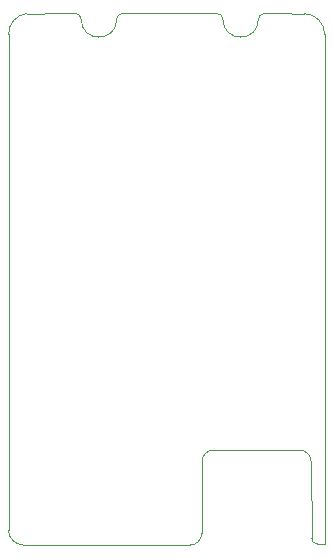
<source format=gbr>
%TF.GenerationSoftware,KiCad,Pcbnew,9.0.2*%
%TF.CreationDate,2025-07-08T20:22:43+08:00*%
%TF.ProjectId,Mothbeam,4d6f7468-6265-4616-9d2e-6b696361645f,rev?*%
%TF.SameCoordinates,Original*%
%TF.FileFunction,Profile,NP*%
%FSLAX46Y46*%
G04 Gerber Fmt 4.6, Leading zero omitted, Abs format (unit mm)*
G04 Created by KiCad (PCBNEW 9.0.2) date 2025-07-08 20:22:43*
%MOMM*%
%LPD*%
G01*
G04 APERTURE LIST*
%TA.AperFunction,Profile*%
%ADD10C,0.050000*%
%TD*%
%TA.AperFunction,Profile*%
%ADD11C,0.100000*%
%TD*%
G04 APERTURE END LIST*
D10*
X10614656Y32052468D02*
G75*
G02*
X11619780Y33049735I1000044J-2768D01*
G01*
D11*
X11890000Y70010000D02*
G75*
G02*
X12390000Y69510000I0J-500000D01*
G01*
X-5762563Y68262600D02*
X-5762563Y26249184D01*
X-110000Y70010000D02*
X-1360000Y70010000D01*
X-110000Y70010000D02*
G75*
G02*
X390000Y69510000I0J-500000D01*
G01*
D10*
X19250000Y70000000D02*
X17140000Y70010000D01*
X250000Y25000000D02*
X-4512500Y25000000D01*
D11*
X21000000Y67250000D02*
X21000000Y68250000D01*
X250000Y25000000D02*
X8000000Y25000000D01*
D10*
X20392317Y25099580D02*
G75*
G02*
X19892286Y25597231I83J500120D01*
G01*
D11*
X15390000Y69510000D02*
G75*
G02*
X15890000Y70010000I500000J0D01*
G01*
X3390000Y69510000D02*
G75*
G02*
X390000Y69510000I-1500000J0D01*
G01*
D10*
X18868189Y33049708D02*
G75*
G02*
X19862265Y32008216I-5189J-1000108D01*
G01*
D11*
X15390000Y69510000D02*
G75*
G02*
X12390000Y69510000I-1500000J0D01*
G01*
D10*
X10598196Y26002127D02*
G75*
G02*
X9603839Y25004816I-999996J2673D01*
G01*
X-4512500Y25012563D02*
X-4512500Y25000000D01*
X20997069Y25098593D02*
X20392317Y25099580D01*
D11*
X3390000Y69510000D02*
G75*
G02*
X3890000Y70010000I500000J0D01*
G01*
D10*
X21000000Y26000000D02*
X20997069Y25098593D01*
X11623431Y33049708D02*
X18868189Y33049708D01*
D11*
X15890000Y70010000D02*
X17140000Y70010000D01*
D10*
X8000000Y25000000D02*
X9607895Y25004848D01*
D11*
X3890000Y70010000D02*
X11890000Y70010000D01*
X19250000Y70000000D02*
G75*
G02*
X21000000Y68250000I0J-1750000D01*
G01*
D10*
X-1360000Y70010000D02*
X-4221912Y70000000D01*
X19862278Y31998240D02*
X19892322Y25597231D01*
D11*
X21000000Y26000000D02*
X21000000Y67250000D01*
D10*
X10598196Y26002127D02*
X10614656Y32052468D01*
D11*
X-4512500Y25012563D02*
G75*
G02*
X-5762564Y26249184I0J1250137D01*
G01*
X-5762563Y68262600D02*
G75*
G02*
X-4221912Y70000000I1749963J0D01*
G01*
M02*

</source>
